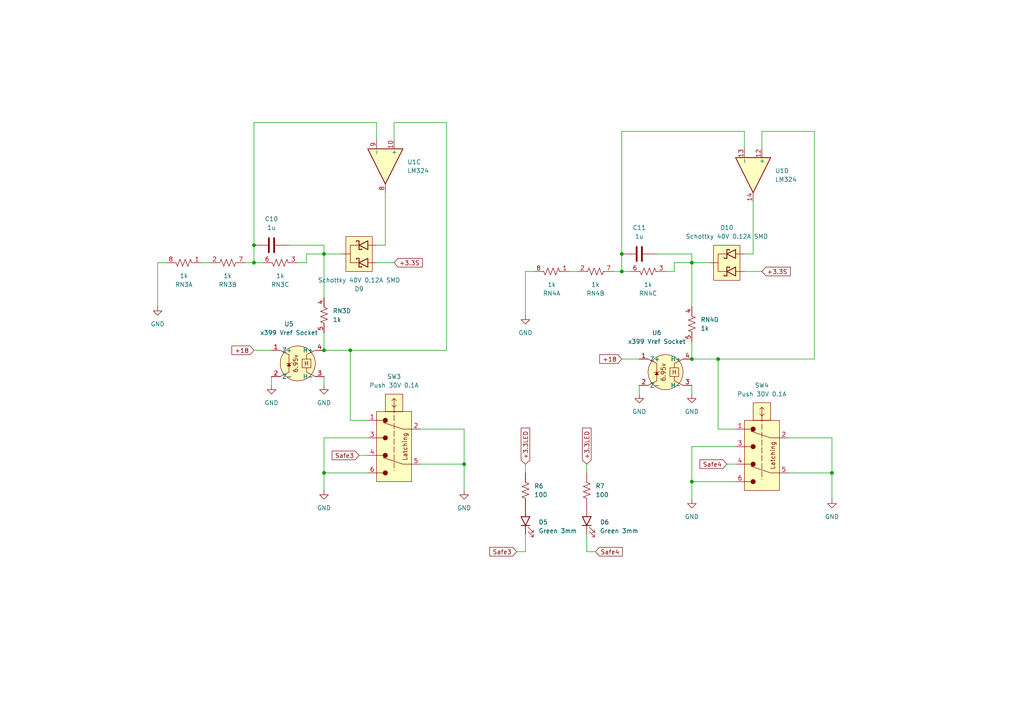
<source format=kicad_sch>
(kicad_sch (version 20230121) (generator eeschema)
  (paper "A4")
  (lib_symbols
    (symbol "Danakil_database:Capacitors - Unpolarized/1uF 50V 0805 Y5V SMD MLCC  " (pin_numbers hide) (pin_names (offset 0.254))
      (property "Reference" "C" (at 0.635 2.54 0))
      (property "Value" "1u" (at 0.635 -2.54 0))
      (symbol "Capacitors - Unpolarized/1uF 50V 0805 Y5V SMD MLCC  _0_1"
        (polyline (pts (xy -2.032 -0.762) (xy 2.032 -0.762)) (stroke (width 0.508)))
        (polyline (pts (xy -2.032 0.762) (xy 2.032 0.762)) (stroke (width 0.508)))
        (polyline (pts (xy 0 -0.762) (xy 0 -2.286)))
        (polyline (pts (xy 0 2.286) (xy 0 0.762)))
      )
      (symbol "Capacitors - Unpolarized/1uF 50V 0805 Y5V SMD MLCC  _1_1"
        (pin passive line (at 0 5.08 270) (length 2.794) (name "~") (number "1"))
        (pin passive line (at 0 -5.08 90) (length 2.794) (name "~") (number "2"))
      )
    )
    (symbol "Danakil_database:Connectors - IC socket/x399 Vref Socket"
      (property "Reference" "U" (at 0 7.62 0))
      (property "Value" "x399 Vref Socket" (at 0 0 0))
      (symbol "Connectors - IC socket/x399 Vref Socket_0_1"
        (polyline (pts (xy -2.54 2.54) (xy -5.08 3.81)))
      )
      (symbol "Connectors - IC socket/x399 Vref Socket_1_1"
        (polyline (pts (xy -2.54 2.54) (xy -2.54 0)))
        (polyline (pts (xy -5.08 -3.81) (xy -2.54 -2.54) (xy -2.54 -0.762)))
        (polyline (pts (xy -2.54 0) (xy -3.048 0) (xy -3.302 -0.254)))
        (polyline (pts (xy -2.54 0) (xy -2.032 0) (xy -1.778 0.254)))
        (polyline (pts (xy 5.08 -3.81) (xy 2.54 -2.54) (xy 2.54 -1.27)))
        (polyline (pts (xy 5.08 3.81) (xy 2.54 2.54) (xy 2.54 1.27)))
        (polyline (pts (xy -2.54 0) (xy -3.048 -0.762) (xy -2.032 -0.762) (xy -2.54 0)) (fill (type outline)))
        (circle (center 0 0) (radius 5.08) (fill (type background)))
        (text "6.95v" (at -0.635 0 900) (effects (font (size 1.27 1.27))))
        (text_box "H" (at 1.27 1.27 0) (size 2.54 -2.54) (effects (font (size 1.27 1.27))))
        (pin input line (at -7.62 3.81 0) (length 2.54) (name "Z+") (number "1"))
        (pin input line (at -7.62 -3.81 0) (length 2.54) (name "Z-") (number "2"))
        (pin input line (at 7.62 -3.81 180) (length 2.54) (name "H-") (number "3"))
        (pin input line (at 7.62 3.81 180) (length 2.54) (name "H+") (number "4"))
      )
    )
    (symbol "Danakil_database:Discreet - Diodes - Schottky/Schottky 40V 0.12A SMD Dual CC" (pin_numbers hide) (pin_names hide)
      (property "Reference" "D" (at 6.35 10.16 0))
      (property "Value" "Schottky 40V 0.12A SMD" (at 0 -2.54 0))
      (symbol "Discreet - Diodes - Schottky/Schottky 40V 0.12A SMD Dual CC_0_1"
        (polyline (pts (xy 0 1.27) (xy 0 -1.27)) (stroke (width 0.254)))
        (polyline (pts (xy 0 6.35) (xy 0 3.81)) (stroke (width 0.254)))
        (polyline (pts (xy -2.54 2.54) (xy -2.54 0) (xy 0 0)))
        (polyline (pts (xy -2.54 2.54) (xy -2.54 5.08) (xy 0 5.08)))
        (polyline (pts (xy 2.54 1.27) (xy 2.54 -1.27) (xy 0 0) (xy 2.54 1.27)) (stroke (width 0.254)))
        (polyline (pts (xy 2.54 6.35) (xy 2.54 3.81) (xy 0 5.08) (xy 2.54 6.35)) (stroke (width 0.254)))
      )
      (symbol "Discreet - Diodes - Schottky/Schottky 40V 0.12A SMD Dual CC_1_1"
        (rectangle (start -3.81 7.62) (end 3.81 -2.54) (fill (type background)))
        (polyline (pts (xy 0 -1.27) (xy -0.762 -1.27) (xy -0.762 -1.016)) (stroke (width 0.254)))
        (polyline (pts (xy 0 1.27) (xy 0.762 1.27) (xy 0.762 1.016)) (stroke (width 0.254)))
        (polyline (pts (xy 0 3.81) (xy -0.762 3.81) (xy -0.762 4.064)) (stroke (width 0.254)))
        (polyline (pts (xy 0 6.35) (xy 0.762 6.35) (xy 0.762 6.096)) (stroke (width 0.254)))
        (pin passive line (at 5.08 0 180) (length 2.54) (name "A") (number "1"))
        (pin passive line (at 5.08 5.08 180) (length 2.54) (name "A") (number "2"))
        (pin passive line (at -5.08 2.54 0) (length 2.54) (name "K") (number "3"))
      )
    )
    (symbol "Danakil_database:ICs - Analog - OP Amp/LM324" (pin_names (offset 0.127))
      (property "Reference" "U" (at 2.54 2.54 0))
      (property "Value" "LM324" (at 2.54 -7.62 0))
      (symbol "ICs - Analog - OP Amp/LM324_1_1"
        (polyline (pts (xy -5.08 5.08) (xy 5.08 0) (xy -5.08 -5.08) (xy -5.08 5.08)) (stroke (width 0.254)) (fill (type background)))
        (pin output line (at 7.62 0 180) (length 2.54) (name "~") (number "1"))
        (pin input line (at -7.62 -2.54 0) (length 2.54) (name "-") (number "2"))
        (pin input line (at -7.62 2.54 0) (length 2.54) (name "+") (number "3"))
      )
      (symbol "ICs - Analog - OP Amp/LM324_2_1"
        (polyline (pts (xy -5.08 5.08) (xy 5.08 0) (xy -5.08 -5.08) (xy -5.08 5.08)) (stroke (width 0.254)) (fill (type background)))
        (pin input line (at -7.62 2.54 0) (length 2.54) (name "+") (number "5"))
        (pin input line (at -7.62 -2.54 0) (length 2.54) (name "-") (number "6"))
        (pin output line (at 7.62 0 180) (length 2.54) (name "~") (number "7"))
      )
      (symbol "ICs - Analog - OP Amp/LM324_3_1"
        (polyline (pts (xy -5.08 5.08) (xy 5.08 0) (xy -5.08 -5.08) (xy -5.08 5.08)) (stroke (width 0.254)) (fill (type background)))
        (pin input line (at -7.62 2.54 0) (length 2.54) (name "+") (number "10"))
        (pin output line (at 7.62 0 180) (length 2.54) (name "~") (number "8"))
        (pin input line (at -7.62 -2.54 0) (length 2.54) (name "-") (number "9"))
      )
      (symbol "ICs - Analog - OP Amp/LM324_4_1"
        (polyline (pts (xy -5.08 5.08) (xy 5.08 0) (xy -5.08 -5.08) (xy -5.08 5.08)) (stroke (width 0.254)) (fill (type background)))
        (pin input line (at -7.62 2.54 0) (length 2.54) (name "+") (number "12"))
        (pin input line (at -7.62 -2.54 0) (length 2.54) (name "-") (number "13"))
        (pin output line (at 7.62 0 180) (length 2.54) (name "~") (number "14"))
      )
      (symbol "ICs - Analog - OP Amp/LM324_5_1"
        (rectangle (start -2.54 5.08) (end 2.54 -5.08))
        (pin passive line (at 0 -7.62 90) (length 2.54) (name "V-") (number "11"))
        (pin passive line (at 0 7.62 270) (length 2.54) (name "V+") (number "4"))
      )
    )
    (symbol "Danakil_database:LEDs - Standard - Indicator - Through Hole/Green 3mm 560nm 2.2v 20mA  " (pin_numbers hide) (pin_names (offset 1.016) hide)
      (property "Reference" "D" (at 0 2.54 0))
      (property "Value" "Green 3mm" (at 0 -2.54 0))
      (symbol "LEDs - Standard - Indicator - Through Hole/Green 3mm 560nm 2.2v 20mA  _0_1"
        (polyline (pts (xy -1.27 -1.27) (xy -1.27 1.27)) (stroke (width 0.254)))
        (polyline (pts (xy 1.27 -1.27) (xy 1.27 1.27) (xy -1.27 0) (xy 1.27 -1.27)) (stroke (width 0.254)))
        (polyline (pts (xy -3.048 -0.762) (xy -4.572 -2.286) (xy -3.81 -2.286) (xy -4.572 -2.286) (xy -4.572 -1.524)))
        (polyline (pts (xy -1.778 -0.762) (xy -3.302 -2.286) (xy -2.54 -2.286) (xy -3.302 -2.286) (xy -3.302 -1.524)))
      )
      (symbol "LEDs - Standard - Indicator - Through Hole/Green 3mm 560nm 2.2v 20mA  _1_1"
        (pin passive line (at -3.81 0 0) (length 2.54) (name "K") (number "1"))
        (pin passive line (at 3.81 0 180) (length 2.54) (name "A") (number "2"))
      )
    )
    (symbol "Danakil_database:Resistors - Isolated Array/1kΩ 1% 4-Element 1206 62.5mW 50V Thick Film 200PPM/°C  " (pin_names (offset 0) hide)
      (property "Reference" "RN" (at 2.032 0 90))
      (property "Value" "1k" (at -5.08 0.635 90))
      (symbol "Resistors - Isolated Array/1kΩ 1% 4-Element 1206 62.5mW 50V Thick Film 200PPM/°C  _0_1"
        (polyline (pts (xy 0 -2.286) (xy 0 -2.54)))
        (polyline (pts (xy 0 2.286) (xy 0 2.54)))
        (polyline (pts (xy 0 -0.762) (xy 1.016 -1.143) (xy 0 -1.524) (xy -1.016 -1.905) (xy 0 -2.286)))
        (polyline (pts (xy 0 0.762) (xy 1.016 0.381) (xy 0 0) (xy -1.016 -0.381) (xy 0 -0.762)))
        (polyline (pts (xy 0 2.286) (xy 1.016 1.905) (xy 0 1.524) (xy -1.016 1.143) (xy 0 0.762)))
      )
      (symbol "Resistors - Isolated Array/1kΩ 1% 4-Element 1206 62.5mW 50V Thick Film 200PPM/°C  _1_1"
        (pin passive line (at 0 -5.08 90) (length 2.54) (name "~") (number "1"))
        (pin passive line (at 0 5.08 270) (length 2.54) (name "~") (number "8"))
      )
      (symbol "Resistors - Isolated Array/1kΩ 1% 4-Element 1206 62.5mW 50V Thick Film 200PPM/°C  _2_1"
        (pin passive line (at 0 -5.08 90) (length 2.54) (name "~") (number "2"))
        (pin passive line (at 0 5.08 270) (length 2.54) (name "~") (number "7"))
      )
      (symbol "Resistors - Isolated Array/1kΩ 1% 4-Element 1206 62.5mW 50V Thick Film 200PPM/°C  _3_1"
        (pin passive line (at 0 -5.08 90) (length 2.54) (name "~") (number "3"))
        (pin passive line (at 0 5.08 270) (length 2.54) (name "~") (number "6"))
      )
      (symbol "Resistors - Isolated Array/1kΩ 1% 4-Element 1206 62.5mW 50V Thick Film 200PPM/°C  _4_1"
        (pin passive line (at 0 -5.08 90) (length 2.54) (name "~") (number "4"))
        (pin passive line (at 0 5.08 270) (length 2.54) (name "~") (number "5"))
      )
    )
    (symbol "Danakil_database:Resistors - Single - SMD/100Ω 1% 1206 0.25w Thick Film 100ppm/°C Automotive" (pin_numbers hide) (pin_names (offset 0))
      (property "Reference" "R" (at 2.54 0 90))
      (property "Value" "100" (at -2.54 0 90))
      (symbol "Resistors - Single - SMD/100Ω 1% 1206 0.25w Thick Film 100ppm/°C Automotive_0_1"
        (polyline (pts (xy 0 -2.286) (xy 0 -2.54)))
        (polyline (pts (xy 0 2.286) (xy 0 2.54)))
        (polyline (pts (xy 0 -0.762) (xy 1.016 -1.143) (xy 0 -1.524) (xy -1.016 -1.905) (xy 0 -2.286)))
        (polyline (pts (xy 0 0.762) (xy 1.016 0.381) (xy 0 0) (xy -1.016 -0.381) (xy 0 -0.762)))
        (polyline (pts (xy 0 2.286) (xy 1.016 1.905) (xy 0 1.524) (xy -1.016 1.143) (xy 0 0.762)))
      )
      (symbol "Resistors - Single - SMD/100Ω 1% 1206 0.25w Thick Film 100ppm/°C Automotive_1_1"
        (pin passive line (at 0 5.08 270) (length 2.54) (name "~") (number "1"))
        (pin passive line (at 0 -5.08 90) (length 2.54) (name "~") (number "2"))
      )
    )
    (symbol "Danakil_database:Switches - Push/DPDT Push 30V 0.1A"
      (property "Reference" "SW" (at 0 17.78 0))
      (property "Value" "Push 30V 0.1A" (at 0 0 0))
      (symbol "Switches - Push/DPDT Push 30V 0.1A_0_1"
        (polyline (pts (xy -5.08 -5.08) (xy -2.54 -5.08) (xy 3.175 -3.175)))
        (polyline (pts (xy -5.08 5.08) (xy -2.54 5.08) (xy 3.175 6.985)))
      )
      (symbol "Switches - Push/DPDT Push 30V 0.1A_1_1"
        (rectangle (start -5.08 10.16) (end 5.08 -10.16) (fill (type background)))
        (rectangle (start -2.54 15.24) (end 2.54 10.16) (fill (type background)))
        (polyline (pts (xy 0 11.43) (xy -0.635 12.065)))
        (polyline (pts (xy 0 11.43) (xy 0 -6.985)) (stroke (width 0) (type dash)))
        (polyline (pts (xy 0 11.43) (xy 0.635 12.065)))
        (polyline (pts (xy 0 13.97) (xy -0.635 13.335)))
        (polyline (pts (xy 0 13.97) (xy 0 11.43)))
        (polyline (pts (xy 0 13.97) (xy 0.635 13.335)))
        (polyline (pts (xy 2.54 -7.62) (xy 5.08 -7.62)))
        (polyline (pts (xy 2.54 -2.54) (xy 5.08 -2.54)))
        (polyline (pts (xy 2.54 2.54) (xy 5.08 2.54)))
        (polyline (pts (xy 2.54 7.62) (xy 5.08 7.62)))
        (circle (center 2.54 -7.62) (radius 0.635) (fill (type outline)))
        (circle (center 2.54 -2.54) (radius 0.635) (fill (type outline)))
        (circle (center 2.54 2.54) (radius 0.635) (fill (type outline)))
        (circle (center 2.54 7.62) (radius 0.635) (fill (type outline)))
        (text "Latching" (at -3.175 0 900) (effects (font (size 1.27 1.27))))
        (pin passive line (at 7.62 7.62 180) (length 2.54) (name "") (number "1"))
        (pin passive line (at -7.62 5.08 0) (length 2.54) (name "") (number "2"))
        (pin passive line (at 7.62 2.54 180) (length 2.54) (name "") (number "3"))
        (pin passive line (at 7.62 -2.54 180) (length 2.54) (name "") (number "4"))
        (pin passive line (at -7.62 -5.08 0) (length 2.54) (name "") (number "5"))
        (pin passive line (at 7.62 -7.62 180) (length 2.54) (name "") (number "6"))
      )
    )
    (symbol "power:GND" (power) (pin_names (offset 0))
      (property "Value" "GND" (at 0 -3.81 0))
      (symbol "GND_0_1"
        (polyline (pts (xy 0 0) (xy 0 -1.27) (xy 1.27 -1.27) (xy 0 -2.54) (xy -1.27 -1.27) (xy 0 -1.27)))
      )
      (symbol "GND_1_1"
        (pin power_in line (at 0 0 270) (length 0) hide (name "GND") (number "1"))
      )
    )
  )
  (junction (at 208.28 104.14))
  (junction (at 180.34 78.74))
  (junction (at 93.98 137.16))
  (junction (at 134.62 134.62))
  (junction (at 241.3 137.16))
  (junction (at 101.6 101.6))
  (junction (at 73.66 76.2))
  (junction (at 200.66 139.7))
  (junction (at 93.98 101.6))
  (junction (at 93.98 73.66))
  (junction (at 200.66 76.2))
  (junction (at 180.34 73.66))
  (junction (at 200.66 104.14))
  (junction (at 73.66 71.12))
  (wire (pts (xy 88.9 76.2) (xy 88.9 73.66)))
  (wire (pts (xy 241.3 127) (xy 228.6 127)))
  (wire (pts (xy 152.4 78.74) (xy 152.4 91.44)))
  (wire (pts (xy 134.62 134.62) (xy 121.92 134.62)))
  (wire (pts (xy 185.42 111.76) (xy 185.42 114.3)))
  (wire (pts (xy 93.98 101.6) (xy 101.6 101.6)))
  (wire (pts (xy 215.9 73.66) (xy 218.44 73.66)))
  (wire (pts (xy 71.12 76.2) (xy 73.66 76.2)))
  (wire (pts (xy 218.44 73.66) (xy 218.44 58.42)))
  (wire (pts (xy 104.14 132.08) (xy 106.68 132.08)))
  (wire (pts (xy 101.6 101.6) (xy 129.54 101.6)))
  (wire (pts (xy 200.66 99.06) (xy 200.66 104.14)))
  (wire (pts (xy 200.66 88.9) (xy 200.66 76.2)))
  (wire (pts (xy 93.98 86.36) (xy 93.98 73.66)))
  (wire (pts (xy 106.68 121.92) (xy 101.6 121.92)))
  (wire (pts (xy 241.3 137.16) (xy 228.6 137.16)))
  (wire (pts (xy 93.98 137.16) (xy 106.68 137.16)))
  (wire (pts (xy 200.66 129.54) (xy 213.36 129.54)))
  (wire (pts (xy 195.58 78.74) (xy 195.58 76.2)))
  (wire (pts (xy 86.36 76.2) (xy 88.9 76.2)))
  (wire (pts (xy 236.22 38.1) (xy 220.98 38.1)))
  (wire (pts (xy 180.34 78.74) (xy 182.88 78.74)))
  (wire (pts (xy 236.22 104.14) (xy 236.22 38.1)))
  (wire (pts (xy 88.9 73.66) (xy 93.98 73.66)))
  (wire (pts (xy 73.66 35.56) (xy 109.22 35.56)))
  (wire (pts (xy 241.3 137.16) (xy 241.3 127)))
  (wire (pts (xy 200.66 144.78) (xy 200.66 139.7)))
  (wire (pts (xy 170.18 134.62) (xy 170.18 137.16)))
  (wire (pts (xy 165.1 78.74) (xy 167.64 78.74)))
  (wire (pts (xy 208.28 104.14) (xy 236.22 104.14)))
  (wire (pts (xy 93.98 127) (xy 93.98 137.16)))
  (wire (pts (xy 200.66 139.7) (xy 213.36 139.7)))
  (wire (pts (xy 129.54 101.6) (xy 129.54 35.56)))
  (wire (pts (xy 93.98 73.66) (xy 99.06 73.66)))
  (wire (pts (xy 45.72 76.2) (xy 45.72 88.9)))
  (wire (pts (xy 200.66 111.76) (xy 200.66 114.3)))
  (wire (pts (xy 73.66 101.6) (xy 78.74 101.6)))
  (wire (pts (xy 73.66 71.12) (xy 73.66 35.56)))
  (wire (pts (xy 114.3 35.56) (xy 114.3 40.64)))
  (wire (pts (xy 134.62 142.24) (xy 134.62 134.62)))
  (wire (pts (xy 170.18 160.02) (xy 170.18 154.94)))
  (wire (pts (xy 215.9 38.1) (xy 215.9 43.18)))
  (wire (pts (xy 93.98 109.22) (xy 93.98 111.76)))
  (wire (pts (xy 152.4 160.02) (xy 152.4 154.94)))
  (wire (pts (xy 73.66 71.12) (xy 73.66 76.2)))
  (wire (pts (xy 195.58 76.2) (xy 200.66 76.2)))
  (wire (pts (xy 134.62 134.62) (xy 134.62 124.46)))
  (wire (pts (xy 208.28 124.46) (xy 208.28 104.14)))
  (wire (pts (xy 93.98 127) (xy 106.68 127)))
  (wire (pts (xy 180.34 73.66) (xy 180.34 38.1)))
  (wire (pts (xy 58.42 76.2) (xy 60.96 76.2)))
  (wire (pts (xy 109.22 35.56) (xy 109.22 40.64)))
  (wire (pts (xy 109.22 76.2) (xy 114.3 76.2)))
  (wire (pts (xy 93.98 142.24) (xy 93.98 137.16)))
  (wire (pts (xy 172.72 160.02) (xy 170.18 160.02)))
  (wire (pts (xy 93.98 73.66) (xy 93.98 71.12)))
  (wire (pts (xy 129.54 35.56) (xy 114.3 35.56)))
  (wire (pts (xy 200.66 129.54) (xy 200.66 139.7)))
  (wire (pts (xy 215.9 78.74) (xy 220.98 78.74)))
  (wire (pts (xy 180.34 104.14) (xy 185.42 104.14)))
  (wire (pts (xy 177.8 78.74) (xy 180.34 78.74)))
  (wire (pts (xy 154.94 78.74) (xy 152.4 78.74)))
  (wire (pts (xy 220.98 38.1) (xy 220.98 43.18)))
  (wire (pts (xy 109.22 71.12) (xy 111.76 71.12)))
  (wire (pts (xy 93.98 71.12) (xy 83.82 71.12)))
  (wire (pts (xy 152.4 134.62) (xy 152.4 137.16)))
  (wire (pts (xy 200.66 76.2) (xy 200.66 73.66)))
  (wire (pts (xy 149.86 160.02) (xy 152.4 160.02)))
  (wire (pts (xy 101.6 121.92) (xy 101.6 101.6)))
  (wire (pts (xy 180.34 38.1) (xy 215.9 38.1)))
  (wire (pts (xy 200.66 76.2) (xy 205.74 76.2)))
  (wire (pts (xy 200.66 73.66) (xy 190.5 73.66)))
  (wire (pts (xy 73.66 76.2) (xy 76.2 76.2)))
  (wire (pts (xy 78.74 109.22) (xy 78.74 111.76)))
  (wire (pts (xy 210.82 134.62) (xy 213.36 134.62)))
  (wire (pts (xy 193.04 78.74) (xy 195.58 78.74)))
  (wire (pts (xy 241.3 144.78) (xy 241.3 137.16)))
  (wire (pts (xy 213.36 124.46) (xy 208.28 124.46)))
  (wire (pts (xy 93.98 96.52) (xy 93.98 101.6)))
  (wire (pts (xy 200.66 104.14) (xy 208.28 104.14)))
  (wire (pts (xy 111.76 71.12) (xy 111.76 55.88)))
  (wire (pts (xy 134.62 124.46) (xy 121.92 124.46)))
  (wire (pts (xy 48.26 76.2) (xy 45.72 76.2)))
  (wire (pts (xy 180.34 73.66) (xy 180.34 78.74)))
  (global_label "Safe3" (shape input) (at 149.86 160.02 180) (property "Intersheetrefs" "${INTERSHEET_REFS}" (effects hide)))
  (global_label "+3.3S" (shape input) (at 220.98 78.74 0) (property "Intersheetrefs" "${INTERSHEET_REFS}" (effects hide)))
  (global_label "+18" (shape input) (at 180.34 104.14 180) (property "Intersheetrefs" "${INTERSHEET_REFS}" (effects hide)))
  (global_label "Safe4" (shape input) (at 210.82 134.62 180) (property "Intersheetrefs" "${INTERSHEET_REFS}" (effects hide)))
  (global_label "+3.3LED" (shape input) (at 152.4 134.62 90) (property "Intersheetrefs" "${INTERSHEET_REFS}" (effects hide)))
  (global_label "+3.3S" (shape input) (at 114.3 76.2 0) (property "Intersheetrefs" "${INTERSHEET_REFS}" (effects hide)))
  (global_label "Safe3" (shape input) (at 104.14 132.08 180) (property "Intersheetrefs" "${INTERSHEET_REFS}" (effects hide)))
  (global_label "+3.3LED" (shape input) (at 170.18 134.62 90) (property "Intersheetrefs" "${INTERSHEET_REFS}" (effects hide)))
  (global_label "Safe4" (shape input) (at 172.72 160.02 0) (property "Intersheetrefs" "${INTERSHEET_REFS}" (effects hide)))
  (global_label "+18" (shape input) (at 73.66 101.6 180) (property "Intersheetrefs" "${INTERSHEET_REFS}" (effects hide)))
  (symbol (lib_id "power:GND") (at 152.4 91.44 0) (unit 1)
    (property "Reference" "#PWR025" (effects hide))
    (property "Value" "GND" (at 152.4 96.52 0))
  )
  (symbol (lib_id "power:GND") (at 93.98 111.76 0) (unit 1)
    (property "Reference" "#PWR022" (effects hide))
    (property "Value" "GND" (at 93.98 116.84 0))
  )
  (symbol (lib_id "power:GND") (at 200.66 114.3 0) (unit 1)
    (property "Reference" "#PWR027" (effects hide))
    (property "Value" "GND" (at 200.66 119.38 0))
  )
  (symbol (lib_id "power:GND") (at 78.74 111.76 0) (unit 1)
    (property "Reference" "#PWR021" (effects hide))
    (property "Value" "GND" (at 78.74 116.84 0))
  )
  (symbol (lib_id "Danakil_database:Resistors - Isolated Array/1kΩ 1% 4-Element 1206 62.5mW 50V Thick Film 200PPM/°C  ") (at 200.66 93.98 180) (unit 4)
    (property "Reference" "RN4" (at 203.2 92.71 0) (effects (justify right)))
    (property "Value" "1k" (at 203.2 95.25 0) (effects (justify right)))
    (property "Footprint" "Resistors_SMD_Networks:BO_CAY16" (effects hide))
    (property "Datasheet" "https://www.bourns.com/docs/Product-Datasheets/CATCAY.pdf" (effects hide))
    (property "Name" "1kΩ 1% 4-Element 1206 62.5mW 50V Thick Film 200PPM/°C  " (effects hide))
    (property "Tolerance (%)" "1" (effects hide))
    (property "Matching Ratio" " " (effects hide))
    (property "TCR (PPM/°C)" "200" (effects hide))
    (property "Ratio Drift (PPM/°C)" " " (effects hide))
    (property "Number of elements" "4" (effects hide))
    (property "Power / element (mW)" "62.5" (effects hide))
    (property "Max Voltage" "50" (effects hide))
    (property "Size" "1206" (effects hide))
    (property "Technology" "Thick Film" (effects hide))
    (property "MFG" "Bourns Inc." (effects hide))
    (property "MFG PN" "CAY16-1001F4LF" (effects hide))
    (property "Distributor" "Digikey" (effects hide))
    (property "Distributor PN" "CAY16-1001F4LFCT-ND" (effects hide))
    (property "Symbol" "0Dan_Passives:R_Network04_Iso" (effects hide))
    (property "Comment" " " (effects hide))
  )
  (symbol (lib_id "Danakil_database:LEDs - Standard - Indicator - Through Hole/Green 3mm 560nm 2.2v 20mA  ") (at 170.18 151.13 90) (unit 1)
    (property "Reference" "D6" (at 173.99 151.4475 90) (effects (justify right)))
    (property "Value" "Green 3mm" (at 173.99 153.9875 90) (effects (justify right)))
    (property "Footprint" "Discreet_TH:LED_3mm_wurth" (effects hide))
    (property "Datasheet" "https://www.we-online.com/components/products/datasheet/151031VS06000.pdf" (effects hide))
    (property "Name" "Green 3mm 560nm 2.2v 20mA  " (effects hide))
    (property "Color" "Green" (effects hide))
    (property "Wavelength" "560" (effects hide))
    (property "Vf" "2.2" (effects hide))
    (property "If (mA)" "20" (effects hide))
    (property "Size" "3mm" (effects hide))
    (property "MFG" "Würth Elektronik" (effects hide))
    (property "MFG PN" "151031VS06000" (effects hide))
    (property "Distributor" "Digikey" (effects hide))
    (property "Distributor PN" "732-5008-ND" (effects hide))
    (property "Symbol" "0Dan_Discreet:LED" (effects hide))
    (property "Comment" " " (effects hide))
  )
  (symbol (lib_id "power:GND") (at 185.42 114.3 0) (unit 1)
    (property "Reference" "#PWR026" (effects hide))
    (property "Value" "GND" (at 185.42 119.38 0))
  )
  (symbol (lib_id "Danakil_database:Resistors - Single - SMD/100Ω 1% 1206 0.25w Thick Film 100ppm/°C Automotive") (at 170.18 142.24 180) (unit 1)
    (property "Reference" "R7" (at 172.72 140.97 0) (effects (justify right)))
    (property "Value" "100" (at 172.72 143.51 0) (effects (justify right)))
    (property "Footprint" "Resistors_SMD:R_1206_3216Metric" (effects hide))
    (property "Datasheet" "https://www.seielect.com/catalog/sei-rmcf_rmcp.pdf" (effects hide))
    (property "Name" "100Ω 1% 1206 0.25w Thick Film 100ppm/°C Automotive" (effects hide))
    (property "Tolerance" "1" (effects hide))
    (property "Size" "1206" (effects hide))
    (property "Power" "0.25" (effects hide))
    (property "Voltage" "200v" (effects hide))
    (property "Technology" "Thick Film" (effects hide))
    (property "Temp Co" "100" (effects hide))
    (property "MFG" "Stackpole Electronics Inc" (effects hide))
    (property "MFG PN" "RMCF1206FT100R" (effects hide))
    (property "Distributor" "Digikey" (effects hide))
    (property "Distributor PN" "RMCF1206FT100RCT-ND" (effects hide))
    (property "Symbol" "0Dan_Passives:R_US" (effects hide))
    (property "Comment" "Automotive" (effects hide))
  )
  (symbol (lib_id "power:GND") (at 241.3 144.78 0) (unit 1)
    (property "Reference" "#PWR029" (effects hide))
    (property "Value" "GND" (at 241.3 149.86 0))
  )
  (symbol (lib_id "Danakil_database:Capacitors - Unpolarized/1uF 50V 0805 Y5V SMD MLCC  ") (at 78.74 71.12 90) (unit 1)
    (property "Reference" "C10" (at 78.74 63.5 90))
    (property "Value" "1u" (at 78.74 66.04 90))
    (property "Footprint" "Capacitors_SMD:C_0805_2012Metric" (effects hide))
    (property "Datasheet" "https://weblib.samsungsem.com/mlcc/mlcc-ec-data-sheet.do?partNumber=CL05Y105KP6VPN" (effects hide))
    (property "Name" "1uF 50V 0805 Y5V SMD MLCC  " (effects hide))
    (property "Size" "0805" (effects hide))
    (property "Voltage" "50" (effects hide))
    (property "Temp Co" "Y5V" (effects hide))
    (property "Mounting Type" "SMD" (effects hide))
    (property "Technology" "MLCC" (effects hide))
    (property "MFG" "Samsung Electro-Mechanics" (effects hide))
    (property "MFG PN" "CL21F105ZBFNNNG" (effects hide))
    (property "Distributor" "Digikey" (effects hide))
    (property "Distributor PN" "1276-6495-1-ND" (effects hide))
    (property "Symbol" "0Dan_Passives:C" (effects hide))
    (property "Comment" " " (effects hide))
  )
  (symbol (lib_id "Danakil_database:Resistors - Isolated Array/1kΩ 1% 4-Element 1206 62.5mW 50V Thick Film 200PPM/°C  ") (at 93.98 91.44 180) (unit 4)
    (property "Reference" "RN3" (at 96.52 90.17 0) (effects (justify right)))
    (property "Value" "1k" (at 96.52 92.71 0) (effects (justify right)))
    (property "Footprint" "Resistors_SMD_Networks:BO_CAY16" (effects hide))
    (property "Datasheet" "https://www.bourns.com/docs/Product-Datasheets/CATCAY.pdf" (effects hide))
    (property "Name" "1kΩ 1% 4-Element 1206 62.5mW 50V Thick Film 200PPM/°C  " (effects hide))
    (property "Tolerance (%)" "1" (effects hide))
    (property "Matching Ratio" " " (effects hide))
    (property "TCR (PPM/°C)" "200" (effects hide))
    (property "Ratio Drift (PPM/°C)" " " (effects hide))
    (property "Number of elements" "4" (effects hide))
    (property "Power / element (mW)" "62.5" (effects hide))
    (property "Max Voltage" "50" (effects hide))
    (property "Size" "1206" (effects hide))
    (property "Technology" "Thick Film" (effects hide))
    (property "MFG" "Bourns Inc." (effects hide))
    (property "MFG PN" "CAY16-1001F4LF" (effects hide))
    (property "Distributor" "Digikey" (effects hide))
    (property "Distributor PN" "CAY16-1001F4LFCT-ND" (effects hide))
    (property "Symbol" "0Dan_Passives:R_Network04_Iso" (effects hide))
    (property "Comment" " " (effects hide))
  )
  (symbol (lib_id "Danakil_database:Switches - Push/DPDT Push 30V 0.1A") (at 220.98 132.08 0) (mirror y) (unit 1)
    (property "Reference" "SW4" (at 220.98 111.76 0))
    (property "Value" "Push 30V 0.1A" (at 220.98 114.3 0))
    (property "Footprint" "Switches_Push:SW_TL2230EEF100" (effects hide))
    (property "Datasheet" "https://configured-product-images.s3.amazonaws.com/Datasheets/TL2230.pdf" (effects hide))
    (property "Name" "DPDT Push 30V 0.1A" (effects hide))
    (property "Type" "DPDT" (effects hide))
    (property "Vmax (DC)" "30V" (effects hide))
    (property "Imax (DC)" "0.1A" (effects hide))
    (property "MFG" "E-Switch" (effects hide))
    (property "MFG PN" "TL2230EEF100" (effects hide))
    (property "Distributor" "Digikey" (effects hide))
    (property "Distributor PN" "E-Switch" (effects hide))
    (property "Symbol" "0Dan_Switches:Push_DPDT_Latching" (effects hide))
    (property "Comment" "Latching" (effects hide))
  )
  (symbol (lib_id "Danakil_database:Discreet - Diodes - Schottky/Schottky 40V 0.12A SMD Dual CC") (at 104.14 71.12 0) (mirror x) (unit 1)
    (property "Reference" "D9" (at 104.14 83.82 0))
    (property "Value" "Schottky 40V 0.12A SMD" (at 104.14 81.28 0))
    (property "Footprint" "Discreet_SMD:SOT-23-3_1" (effects hide))
    (property "Datasheet" "https://assets.nexperia.com/documents/data-sheet/BAS40-05.pdf" (effects hide))
    (property "Name" "Schottky 40V 0.12A SMD Dual CC" (effects hide))
    (property "Vr (max)" "40V" (effects hide))
    (property "Vf@If (max)" "1V@40mA" (effects hide))
    (property "I (max)" "0.12A" (effects hide))
    (property "Mounting Type" "SMD" (effects hide))
    (property "MFG" "Nexperia USA Inc." (effects hide))
    (property "MFG PN" "BAS40-05,215" (effects hide))
    (property "Distributor" "Digikey" (effects hide))
    (property "Distributor PN" "1727-4235-1-ND" (effects hide))
    (property "Symbol" "0Dan_Discreet:Diode_Schottky_BAS40-05" (effects hide))
    (property "Comment" "Dual CC" (effects hide))
  )
  (symbol (lib_id "Danakil_database:Switches - Push/DPDT Push 30V 0.1A") (at 114.3 129.54 0) (mirror y) (unit 1)
    (property "Reference" "SW3" (at 114.3 109.22 0))
    (property "Value" "Push 30V 0.1A" (at 114.3 111.76 0))
    (property "Footprint" "Switches_Push:SW_TL2230EEF100" (effects hide))
    (property "Datasheet" "https://configured-product-images.s3.amazonaws.com/Datasheets/TL2230.pdf" (effects hide))
    (property "Name" "DPDT Push 30V 0.1A" (effects hide))
    (property "Type" "DPDT" (effects hide))
    (property "Vmax (DC)" "30V" (effects hide))
    (property "Imax (DC)" "0.1A" (effects hide))
    (property "MFG" "E-Switch" (effects hide))
    (property "MFG PN" "TL2230EEF100" (effects hide))
    (property "Distributor" "Digikey" (effects hide))
    (property "Distributor PN" "E-Switch" (effects hide))
    (property "Symbol" "0Dan_Switches:Push_DPDT_Latching" (effects hide))
    (property "Comment" "Latching" (effects hide))
  )
  (symbol (lib_id "Danakil_database:ICs - Analog - OP Amp/LM324") (at 218.44 50.8 270) (unit 4)
    (property "Reference" "U1" (at 224.79 49.53 90) (effects (justify left)))
    (property "Value" "LM324" (at 224.79 52.07 90) (effects (justify left)))
    (property "Footprint" "ICs:SOIC-14_3.9x8.7mm_P1.27mm" (effects hide))
    (property "Datasheet" "https://www.ti.com/lit/ds/symlink/lm224.pdf?HQS=dis-dk-null-digikeymode-dsf-pf-null-wwe&ts=1741206371483" (effects hide))
    (property "Name" "LM324" (effects hide))
    (property "MFG" "Texas Instruments" (effects hide))
    (property "MFG PN" "LM324ADR" (effects hide))
    (property "Distributor" "Digikey" (effects hide))
    (property "Distributor PN" "296-9540-1-ND" (effects hide))
    (property "Symbol" "0Dan_OpAmps:LM324" (effects hide))
    (property "Comment" " " (effects hide))
  )
  (symbol (lib_id "power:GND") (at 134.62 142.24 0) (unit 1)
    (property "Reference" "#PWR024" (effects hide))
    (property "Value" "GND" (at 134.62 147.32 0))
  )
  (symbol (lib_id "Danakil_database:Resistors - Isolated Array/1kΩ 1% 4-Element 1206 62.5mW 50V Thick Film 200PPM/°C  ") (at 66.04 76.2 270) (unit 2)
    (property "Reference" "RN3" (at 66.04 82.55 90))
    (property "Value" "1k" (at 66.04 80.01 90))
    (property "Footprint" "Resistors_SMD_Networks:BO_CAY16" (effects hide))
    (property "Datasheet" "https://www.bourns.com/docs/Product-Datasheets/CATCAY.pdf" (effects hide))
    (property "Name" "1kΩ 1% 4-Element 1206 62.5mW 50V Thick Film 200PPM/°C  " (effects hide))
    (property "Tolerance (%)" "1" (effects hide))
    (property "Matching Ratio" " " (effects hide))
    (property "TCR (PPM/°C)" "200" (effects hide))
    (property "Ratio Drift (PPM/°C)" " " (effects hide))
    (property "Number of elements" "4" (effects hide))
    (property "Power / element (mW)" "62.5" (effects hide))
    (property "Max Voltage" "50" (effects hide))
    (property "Size" "1206" (effects hide))
    (property "Technology" "Thick Film" (effects hide))
    (property "MFG" "Bourns Inc." (effects hide))
    (property "MFG PN" "CAY16-1001F4LF" (effects hide))
    (property "Distributor" "Digikey" (effects hide))
    (property "Distributor PN" "CAY16-1001F4LFCT-ND" (effects hide))
    (property "Symbol" "0Dan_Passives:R_Network04_Iso" (effects hide))
    (property "Comment" " " (effects hide))
  )
  (symbol (lib_id "Danakil_database:Resistors - Isolated Array/1kΩ 1% 4-Element 1206 62.5mW 50V Thick Film 200PPM/°C  ") (at 53.34 76.2 90) (mirror x) (unit 1)
    (property "Reference" "RN3" (at 53.34 82.55 90))
    (property "Value" "1k" (at 53.34 80.01 90))
    (property "Footprint" "Resistors_SMD_Networks:BO_CAY16" (effects hide))
    (property "Datasheet" "https://www.bourns.com/docs/Product-Datasheets/CATCAY.pdf" (effects hide))
    (property "Name" "1kΩ 1% 4-Element 1206 62.5mW 50V Thick Film 200PPM/°C  " (effects hide))
    (property "Tolerance (%)" "1" (effects hide))
    (property "Matching Ratio" " " (effects hide))
    (property "TCR (PPM/°C)" "200" (effects hide))
    (property "Ratio Drift (PPM/°C)" " " (effects hide))
    (property "Number of elements" "4" (effects hide))
    (property "Power / element (mW)" "62.5" (effects hide))
    (property "Max Voltage" "50" (effects hide))
    (property "Size" "1206" (effects hide))
    (property "Technology" "Thick Film" (effects hide))
    (property "MFG" "Bourns Inc." (effects hide))
    (property "MFG PN" "CAY16-1001F4LF" (effects hide))
    (property "Distributor" "Digikey" (effects hide))
    (property "Distributor PN" "CAY16-1001F4LFCT-ND" (effects hide))
    (property "Symbol" "0Dan_Passives:R_Network04_Iso" (effects hide))
    (property "Comment" " " (effects hide))
  )
  (symbol (lib_id "Danakil_database:Resistors - Single - SMD/100Ω 1% 1206 0.25w Thick Film 100ppm/°C Automotive") (at 152.4 142.24 180) (unit 1)
    (property "Reference" "R6" (at 154.94 140.97 0) (effects (justify right)))
    (property "Value" "100" (at 154.94 143.51 0) (effects (justify right)))
    (property "Footprint" "Resistors_SMD:R_1206_3216Metric" (effects hide))
    (property "Datasheet" "https://www.seielect.com/catalog/sei-rmcf_rmcp.pdf" (effects hide))
    (property "Name" "100Ω 1% 1206 0.25w Thick Film 100ppm/°C Automotive" (effects hide))
    (property "Tolerance" "1" (effects hide))
    (property "Size" "1206" (effects hide))
    (property "Power" "0.25" (effects hide))
    (property "Voltage" "200v" (effects hide))
    (property "Technology" "Thick Film" (effects hide))
    (property "Temp Co" "100" (effects hide))
    (property "MFG" "Stackpole Electronics Inc" (effects hide))
    (property "MFG PN" "RMCF1206FT100R" (effects hide))
    (property "Distributor" "Digikey" (effects hide))
    (property "Distributor PN" "RMCF1206FT100RCT-ND" (effects hide))
    (property "Symbol" "0Dan_Passives:R_US" (effects hide))
    (property "Comment" "Automotive" (effects hide))
  )
  (symbol (lib_id "Danakil_database:ICs - Analog - OP Amp/LM324") (at 111.76 48.26 270) (unit 3)
    (property "Reference" "U1" (at 118.11 46.99 90) (effects (justify left)))
    (property "Value" "LM324" (at 118.11 49.53 90) (effects (justify left)))
    (property "Footprint" "ICs:SOIC-14_3.9x8.7mm_P1.27mm" (effects hide))
    (property "Datasheet" "https://www.ti.com/lit/ds/symlink/lm224.pdf?HQS=dis-dk-null-digikeymode-dsf-pf-null-wwe&ts=1741206371483" (effects hide))
    (property "Name" "LM324" (effects hide))
    (property "MFG" "Texas Instruments" (effects hide))
    (property "MFG PN" "LM324ADR" (effects hide))
    (property "Distributor" "Digikey" (effects hide))
    (property "Distributor PN" "296-9540-1-ND" (effects hide))
    (property "Symbol" "0Dan_OpAmps:LM324" (effects hide))
    (property "Comment" " " (effects hide))
  )
  (symbol (lib_id "Danakil_database:Discreet - Diodes - Schottky/Schottky 40V 0.12A SMD Dual CC") (at 210.82 78.74 0) (unit 1)
    (property "Reference" "D10" (at 210.82 66.04 0))
    (property "Value" "Schottky 40V 0.12A SMD" (at 210.82 68.58 0))
    (property "Footprint" "Discreet_SMD:SOT-23-3_1" (effects hide))
    (property "Datasheet" "https://assets.nexperia.com/documents/data-sheet/BAS40-05.pdf" (effects hide))
    (property "Name" "Schottky 40V 0.12A SMD Dual CC" (effects hide))
    (property "Vr (max)" "40V" (effects hide))
    (property "Vf@If (max)" "1V@40mA" (effects hide))
    (property "I (max)" "0.12A" (effects hide))
    (property "Mounting Type" "SMD" (effects hide))
    (property "MFG" "Nexperia USA Inc." (effects hide))
    (property "MFG PN" "BAS40-05,215" (effects hide))
    (property "Distributor" "Digikey" (effects hide))
    (property "Distributor PN" "1727-4235-1-ND" (effects hide))
    (property "Symbol" "0Dan_Discreet:Diode_Schottky_BAS40-05" (effects hide))
    (property "Comment" "Dual CC" (effects hide))
  )
  (symbol (lib_id "Danakil_database:Connectors - IC socket/x399 Vref Socket") (at 86.36 105.41 0) (unit 1)
    (property "Reference" "U5" (at 83.82 93.98 0))
    (property "Value" "x399 Vref Socket" (at 83.82 96.52 0))
    (property "Footprint" "Connectors_ICskt:x399_Socket" (effects hide))
    (property "Datasheet" "https://drawings-pdf.s3.amazonaws.com/10497.pdf" (effects hide))
    (property "Name" "x399 Vref Socket" (effects hide))
    (property "For" "x399 Vref" (effects hide))
    (property "MFG" "Sullins Connector Solutions" (effects hide))
    (property "MFG PN" "NPPN022AFCN-RC" (effects hide))
    (property "Distributor" "Digikey" (effects hide))
    (property "Distributor PN" "S5750-02-ND" (effects hide))
    (property "Symbol" "0Dan_VRefs-BZener:LM399" (effects hide))
    (property "Comment" " " (effects hide))
  )
  (symbol (lib_id "Danakil_database:Resistors - Isolated Array/1kΩ 1% 4-Element 1206 62.5mW 50V Thick Film 200PPM/°C  ") (at 172.72 78.74 270) (unit 2)
    (property "Reference" "RN4" (at 172.72 85.09 90))
    (property "Value" "1k" (at 172.72 82.55 90))
    (property "Footprint" "Resistors_SMD_Networks:BO_CAY16" (effects hide))
    (property "Datasheet" "https://www.bourns.com/docs/Product-Datasheets/CATCAY.pdf" (effects hide))
    (property "Name" "1kΩ 1% 4-Element 1206 62.5mW 50V Thick Film 200PPM/°C  " (effects hide))
    (property "Tolerance (%)" "1" (effects hide))
    (property "Matching Ratio" " " (effects hide))
    (property "TCR (PPM/°C)" "200" (effects hide))
    (property "Ratio Drift (PPM/°C)" " " (effects hide))
    (property "Number of elements" "4" (effects hide))
    (property "Power / element (mW)" "62.5" (effects hide))
    (property "Max Voltage" "50" (effects hide))
    (property "Size" "1206" (effects hide))
    (property "Technology" "Thick Film" (effects hide))
    (property "MFG" "Bourns Inc." (effects hide))
    (property "MFG PN" "CAY16-1001F4LF" (effects hide))
    (property "Distributor" "Digikey" (effects hide))
    (property "Distributor PN" "CAY16-1001F4LFCT-ND" (effects hide))
    (property "Symbol" "0Dan_Passives:R_Network04_Iso" (effects hide))
    (property "Comment" " " (effects hide))
  )
  (symbol (lib_id "Danakil_database:Resistors - Isolated Array/1kΩ 1% 4-Element 1206 62.5mW 50V Thick Film 200PPM/°C  ") (at 160.02 78.74 90) (mirror x) (unit 1)
    (property "Reference" "RN4" (at 160.02 85.09 90))
    (property "Value" "1k" (at 160.02 82.55 90))
    (property "Footprint" "Resistors_SMD_Networks:BO_CAY16" (effects hide))
    (property "Datasheet" "https://www.bourns.com/docs/Product-Datasheets/CATCAY.pdf" (effects hide))
    (property "Name" "1kΩ 1% 4-Element 1206 62.5mW 50V Thick Film 200PPM/°C  " (effects hide))
    (property "Tolerance (%)" "1" (effects hide))
    (property "Matching Ratio" " " (effects hide))
    (property "TCR (PPM/°C)" "200" (effects hide))
    (property "Ratio Drift (PPM/°C)" " " (effects hide))
    (property "Number of elements" "4" (effects hide))
    (property "Power / element (mW)" "62.5" (effects hide))
    (property "Max Voltage" "50" (effects hide))
    (property "Size" "1206" (effects hide))
    (property "Technology" "Thick Film" (effects hide))
    (property "MFG" "Bourns Inc." (effects hide))
    (property "MFG PN" "CAY16-1001F4LF" (effects hide))
    (property "Distributor" "Digikey" (effects hide))
    (property "Distributor PN" "CAY16-1001F4LFCT-ND" (effects hide))
    (property "Symbol" "0Dan_Passives:R_Network04_Iso" (effects hide))
    (property "Comment" " " (effects hide))
  )
  (symbol (lib_id "Danakil_database:Resistors - Isolated Array/1kΩ 1% 4-Element 1206 62.5mW 50V Thick Film 200PPM/°C  ") (at 81.28 76.2 90) (mirror x) (unit 3)
    (property "Reference" "RN3" (at 81.28 82.55 90))
    (property "Value" "1k" (at 81.28 80.01 90))
    (property "Footprint" "Resistors_SMD_Networks:BO_CAY16" (effects hide))
    (property "Datasheet" "https://www.bourns.com/docs/Product-Datasheets/CATCAY.pdf" (effects hide))
    (property "Name" "1kΩ 1% 4-Element 1206 62.5mW 50V Thick Film 200PPM/°C  " (effects hide))
    (property "Tolerance (%)" "1" (effects hide))
    (property "Matching Ratio" " " (effects hide))
    (property "TCR (PPM/°C)" "200" (effects hide))
    (property "Ratio Drift (PPM/°C)" " " (effects hide))
    (property "Number of elements" "4" (effects hide))
    (property "Power / element (mW)" "62.5" (effects hide))
    (property "Max Voltage" "50" (effects hide))
    (property "Size" "1206" (effects hide))
    (property "Technology" "Thick Film" (effects hide))
    (property "MFG" "Bourns Inc." (effects hide))
    (property "MFG PN" "CAY16-1001F4LF" (effects hide))
    (property "Distributor" "Digikey" (effects hide))
    (property "Distributor PN" "CAY16-1001F4LFCT-ND" (effects hide))
    (property "Symbol" "0Dan_Passives:R_Network04_Iso" (effects hide))
    (property "Comment" " " (effects hide))
  )
  (symbol (lib_id "Danakil_database:LEDs - Standard - Indicator - Through Hole/Green 3mm 560nm 2.2v 20mA  ") (at 152.4 151.13 90) (unit 1)
    (property "Reference" "D5" (at 156.21 151.4475 90) (effects (justify right)))
    (property "Value" "Green 3mm" (at 156.21 153.9875 90) (effects (justify right)))
    (property "Footprint" "Discreet_TH:LED_3mm_wurth" (effects hide))
    (property "Datasheet" "https://www.we-online.com/components/products/datasheet/151031VS06000.pdf" (effects hide))
    (property "Name" "Green 3mm 560nm 2.2v 20mA  " (effects hide))
    (property "Color" "Green" (effects hide))
    (property "Wavelength" "560" (effects hide))
    (property "Vf" "2.2" (effects hide))
    (property "If (mA)" "20" (effects hide))
    (property "Size" "3mm" (effects hide))
    (property "MFG" "Würth Elektronik" (effects hide))
    (property "MFG PN" "151031VS06000" (effects hide))
    (property "Distributor" "Digikey" (effects hide))
    (property "Distributor PN" "732-5008-ND" (effects hide))
    (property "Symbol" "0Dan_Discreet:LED" (effects hide))
    (property "Comment" " " (effects hide))
  )
  (symbol (lib_id "power:GND") (at 93.98 142.24 0) (unit 1)
    (property "Reference" "#PWR023" (effects hide))
    (property "Value" "GND" (at 93.98 147.32 0))
  )
  (symbol (lib_id "Danakil_database:Capacitors - Unpolarized/1uF 50V 0805 Y5V SMD MLCC  ") (at 185.42 73.66 90) (unit 1)
    (property "Reference" "C11" (at 185.42 66.04 90))
    (property "Value" "1u" (at 185.42 68.58 90))
    (property "Footprint" "Capacitors_SMD:C_0805_2012Metric" (effects hide))
    (property "Datasheet" "https://weblib.samsungsem.com/mlcc/mlcc-ec-data-sheet.do?partNumber=CL05Y105KP6VPN" (effects hide))
    (property "Name" "1uF 50V 0805 Y5V SMD MLCC  " (effects hide))
    (property "Size" "0805" (effects hide))
    (property "Voltage" "50" (effects hide))
    (property "Temp Co" "Y5V" (effects hide))
    (property "Mounting Type" "SMD" (effects hide))
    (property "Technology" "MLCC" (effects hide))
    (property "MFG" "Samsung Electro-Mechanics" (effects hide))
    (property "MFG PN" "CL21F105ZBFNNNG" (effects hide))
    (property "Distributor" "Digikey" (effects hide))
    (property "Distributor PN" "1276-6495-1-ND" (effects hide))
    (property "Symbol" "0Dan_Passives:C" (effects hide))
    (property "Comment" " " (effects hide))
  )
  (symbol (lib_id "Danakil_database:Connectors - IC socket/x399 Vref Socket") (at 193.04 107.95 0) (unit 1)
    (property "Reference" "U6" (at 190.5 96.52 0))
    (property "Value" "x399 Vref Socket" (at 190.5 99.06 0))
    (property "Footprint" "Connectors_ICskt:x399_Socket" (effects hide))
    (property "Datasheet" "https://drawings-pdf.s3.amazonaws.com/10497.pdf" (effects hide))
    (property "Name" "x399 Vref Socket" (effects hide))
    (property "For" "x399 Vref" (effects hide))
    (property "MFG" "Sullins Connector Solutions" (effects hide))
    (property "MFG PN" "NPPN022AFCN-RC" (effects hide))
    (property "Distributor" "Digikey" (effects hide))
    (property "Distributor PN" "S5750-02-ND" (effects hide))
    (property "Symbol" "0Dan_VRefs-BZener:LM399" (effects hide))
    (property "Comment" " " (effects hide))
  )
  (symbol (lib_id "Danakil_database:Resistors - Isolated Array/1kΩ 1% 4-Element 1206 62.5mW 50V Thick Film 200PPM/°C  ") (at 187.96 78.74 90) (mirror x) (unit 3)
    (property "Reference" "RN4" (at 187.96 85.09 90))
    (property "Value" "1k" (at 187.96 82.55 90))
    (property "Footprint" "Resistors_SMD_Networks:BO_CAY16" (effects hide))
    (property "Datasheet" "https://www.bourns.com/docs/Product-Datasheets/CATCAY.pdf" (effects hide))
    (property "Name" "1kΩ 1% 4-Element 1206 62.5mW 50V Thick Film 200PPM/°C  " (effects hide))
    (property "Tolerance (%)" "1" (effects hide))
    (property "Matching Ratio" " " (effects hide))
    (property "TCR (PPM/°C)" "200" (effects hide))
    (property "Ratio Drift (PPM/°C)" " " (effects hide))
    (property "Number of elements" "4" (effects hide))
    (property "Power / element (mW)" "62.5" (effects hide))
    (property "Max Voltage" "50" (effects hide))
    (property "Size" "1206" (effects hide))
    (property "Technology" "Thick Film" (effects hide))
    (property "MFG" "Bourns Inc." (effects hide))
    (property "MFG PN" "CAY16-1001F4LF" (effects hide))
    (property "Distributor" "Digikey" (effects hide))
    (property "Distributor PN" "CAY16-1001F4LFCT-ND" (effects hide))
    (property "Symbol" "0Dan_Passives:R_Network04_Iso" (effects hide))
    (property "Comment" " " (effects hide))
  )
  (symbol (lib_id "power:GND") (at 45.72 88.9 0) (unit 1)
    (property "Reference" "#PWR020" (effects hide))
    (property "Value" "GND" (at 45.72 93.98 0))
  )
  (symbol (lib_id "power:GND") (at 200.66 144.78 0) (unit 1)
    (property "Reference" "#PWR028" (effects hide))
    (property "Value" "GND" (at 200.66 149.86 0))
  )
)
</source>
